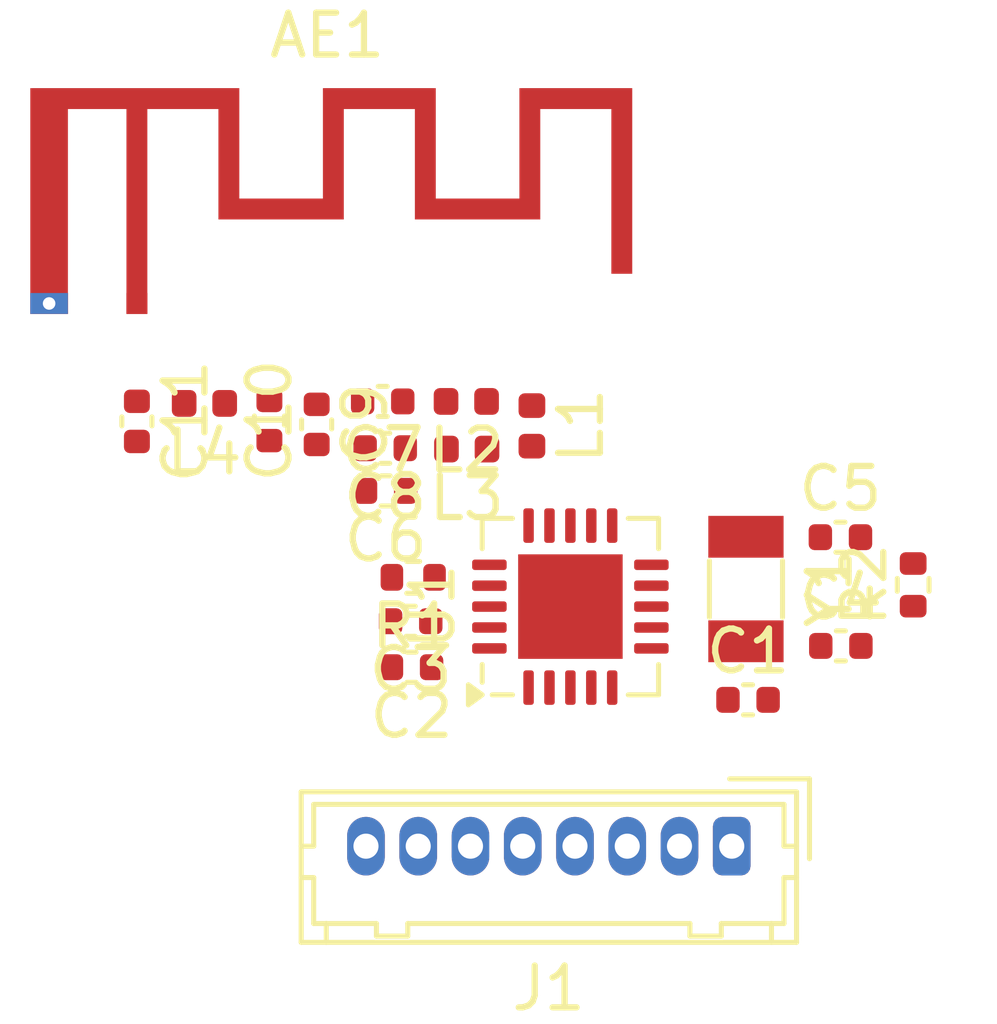
<source format=kicad_pcb>
(kicad_pcb (version 20240108) (generator "pcbnew") (generator_version "8.0")
  (layers (0 "F.Cu" signal) (31 "B.Cu" signal) (34 "B.Paste" user) (35 "F.Paste" user) (36 "B.SilkS" user "B.Silkscreen") (37 "F.SilkS" user "F.Silkscreen") (38 "B.Mask" user) (39 "F.Mask" user) (44 "Edge.Cuts" user))
  (net 0 "")
  (net 1 "GND")
  (net 2 "VDD")
  (net 3 "Net-(U1-DVDD)")
  (net 4 "Net-(U1-XC2)")
  (net 5 "Net-(U1-XC1)")
  (net 6 "Net-(U1-VDD_PA)")
  (net 7 "Net-(C7-Pad1)")
  (net 8 "Net-(C10-Pad1)")
  (net 9 "Net-(AE1-A)")
  (net 10 "Net-(J1-Pin_2)")
  (net 11 "Net-(J1-Pin_7)")
  (net 12 "Net-(J1-Pin_6)")
  (net 13 "Net-(J1-Pin_5)")
  (net 14 "Net-(J1-Pin_4)")
  (net 15 "Net-(J1-Pin_3)")
  (net 16 "Net-(U1-ANT2)")
  (net 17 "Net-(U1-ANT1)")
  (net 18 "Net-(U1-IREF)")
  (footprint "Inductor_SMD:L_0402_1005Metric" (layer "F.Cu") (at 147.88 77.9125 180)
    (property "Reference" "L2" (at 0 -1.17 0) (layer "F.SilkS"))
    (property "Value" "3n9")
    (pad "1" smd roundrect (at -0.485 0 180) (size 0.59 0.64) (layers "F.Cu" "F.Paste" "F.Mask") (net 17 "Net-(U1-ANT1)"))
    (pad "2" smd roundrect (at 0.485 0 180) (size 0.59 0.64) (layers "F.Cu" "F.Paste" "F.Mask") (net 7 "Net-(C7-Pad1)"))
  )
  (footprint "Capacitor_SMD:C_0402_1005Metric" (layer "F.Cu") (at 146.55 83.17 180)
    (property "Reference" "C3" (at 0 -1.16 0) (layer "F.SilkS"))
    (property "Value" "1n")
    (fp_line (start -0.107836 0.36) (end 0.107836 0.36) (stroke (width 0.12)) (layer "F.SilkS"))
    (fp_line (start -0.107836 -0.36) (end 0.107836 -0.36) (stroke (width 0.12)) (layer "F.SilkS"))
    (pad "1" smd roundrect (at -0.48 0 180) (size 0.56 0.62) (layers "F.Cu" "F.Paste" "F.Mask") (net 2 "VDD"))
    (pad "2" smd roundrect (at 0.48 0 180) (size 0.56 0.62) (layers "F.Cu" "F.Paste" "F.Mask") (net 1 "GND"))
  )
  (footprint "Capacitor_SMD:C_0402_1005Metric" (layer "F.Cu") (at 145.88 77.9125 180)
    (property "Reference" "C7" (at 0 -1.16 0) (layer "F.SilkS"))
    (property "Value" "1p5")
    (fp_line (start -0.107836 0.36) (end 0.107836 0.36) (stroke (width 0.12)) (layer "F.SilkS"))
    (fp_line (start -0.107836 -0.36) (end 0.107836 -0.36) (stroke (width 0.12)) (layer "F.SilkS"))
    (pad "1" smd roundrect (at -0.48 0 180) (size 0.56 0.62) (layers "F.Cu" "F.Paste" "F.Mask") (net 7 "Net-(C7-Pad1)"))
    (pad "2" smd roundrect (at 0.48 0 180) (size 0.56 0.62) (layers "F.Cu" "F.Paste" "F.Mask") (net 8 "Net-(C10-Pad1)"))
  )
  (footprint "Resistor_SMD:R_0402_1005Metric" (layer "F.Cu") (at 158.57 82.3 90)
    (property "Reference" "R2" (at 0 -1.17 90) (layer "F.SilkS"))
    (property "Value" "16MHz")
    (fp_line (start -0.153641 -0.38) (end 0.153641 -0.38) (stroke (width 0.12)) (layer "F.SilkS"))
    (fp_line (start -0.153641 0.38) (end 0.153641 0.38) (stroke (width 0.12)) (layer "F.SilkS"))
    (pad "1" smd roundrect (at -0.51 0 90) (size 0.54 0.64) (layers "F.Cu" "F.Paste" "F.Mask") (net 4 "Net-(U1-XC2)"))
    (pad "2" smd roundrect (at 0.51 0 90) (size 0.54 0.64) (layers "F.Cu" "F.Paste" "F.Mask") (net 5 "Net-(U1-XC1)"))
  )
  (footprint "Inductor_SMD:L_0402_1005Metric" (layer "F.Cu") (at 141.615 77.96 180)
    (property "Reference" "L4" (at 0 -1.17 0) (layer "F.SilkS"))
    (property "Value" "Lx")
    (pad "1" smd roundrect (at -0.485 0 180) (size 0.59 0.64) (layers "F.Cu" "F.Paste" "F.Mask") (net 8 "Net-(C10-Pad1)"))
    (pad "2" smd roundrect (at 0.485 0 180) (size 0.59 0.64) (layers "F.Cu" "F.Paste" "F.Mask") (net 9 "Net-(AE1-A)"))
  )
  (footprint "Package_DFN_QFN:QFN-20-1EP_4x4mm_P0.5mm_EP2.5x2.5mm" (layer "F.Cu") (at 150.37 82.82 90)
    (property "Reference" "U1" (at 0 -3.3 90) (layer "F.SilkS"))
    (property "Value" "NRF24L01")
    (fp_line (start 2.11 -2.11) (end 2.11 -1.385) (stroke (width 0.12)) (layer "F.SilkS"))
    (fp_line (start 1.385 -2.11) (end 2.11 -2.11) (stroke (width 0.12)) (layer "F.SilkS"))
    (fp_line (start -1.385 -2.11) (end -1.81 -2.11) (stroke (width 0.12)) (layer "F.SilkS"))
    (fp_line (start -2.11 -1.385) (end -2.11 -1.87) (stroke (width 0.12)) (layer "F.SilkS"))
    (fp_line (start 2.11 2.11) (end 2.11 1.385) (stroke (width 0.12)) (layer "F.SilkS"))
    (fp_line (start 1.385 2.11) (end 2.11 2.11) (stroke (width 0.12)) (layer "F.SilkS"))
    (fp_line (start -1.385 2.11) (end -2.11 2.11) (stroke (width 0.12)) (layer "F.SilkS"))
    (fp_line (start -2.11 2.11) (end -2.11 1.385) (stroke (width 0.12)) (layer "F.SilkS"))
    (fp_poly (pts (xy -2.11 -2.11) (xy -2.35 -2.44) (xy -1.87 -2.44) (xy -2.11 -2.11)) (stroke (width 0.12)) (fill solid) (layer "F.SilkS"))
    (pad "1" smd roundrect (at -1.9375 -1 90) (size 0.825 0.25) (layers "F.Cu" "F.Paste" "F.Mask") (net 12 "Net-(J1-Pin_6)"))
    (pad "2" smd roundrect (at -1.9375 -0.5 90) (size 0.825 0.25) (layers "F.Cu" "F.Paste" "F.Mask") (net 13 "Net-(J1-Pin_5)"))
    (pad "3" smd roundrect (at -1.9375 0 90) (size 0.825 0.25) (layers "F.Cu" "F.Paste" "F.Mask") (net 14 "Net-(J1-Pin_4)"))
    (pad "4" smd roundrect (at -1.9375 0.5 90) (size 0.825 0.25) (layers "F.Cu" "F.Paste" "F.Mask") (net 10 "Net-(J1-Pin_2)"))
    (pad "5" smd roundrect (at -1.9375 1 90) (size 0.825 0.25) (layers "F.Cu" "F.Paste" "F.Mask") (net 15 "Net-(J1-Pin_3)"))
    (pad "6" smd roundrect (at -1 1.9375 90) (size 0.25 0.825) (layers "F.Cu" "F.Paste" "F.Mask") (net 11 "Net-(J1-Pin_7)"))
    (pad "7" smd roundrect (at -0.5 1.9375 90) (size 0.25 0.825) (layers "F.Cu" "F.Paste" "F.Mask") (net 2 "VDD"))
    (pad "8" smd roundrect (at 0 1.9375 90) (size 0.25 0.825) (layers "F.Cu" "F.Paste" "F.Mask") (net 1 "GND"))
    (pad "9" smd roundrect (at 0.5 1.9375 90) (size 0.25 0.825) (layers "F.Cu" "F.Paste" "F.Mask") (net 4 "Net-(U1-XC2)"))
    (pad "10" smd roundrect (at 1 1.9375 90) (size 0.25 0.825) (layers "F.Cu" "F.Paste" "F.Mask") (net 5 "Net-(U1-XC1)"))
    (pad "11" smd roundrect (at 1.9375 1 90) (size 0.825 0.25) (layers "F.Cu" "F.Paste" "F.Mask") (net 6 "Net-(U1-VDD_PA)"))
    (pad "12" smd roundrect (at 1.9375 0.5 90) (size 0.825 0.25) (layers "F.Cu" "F.Paste" "F.Mask") (net 17 "Net-(U1-ANT1)"))
    (pad "13" smd roundrect (at 1.9375 0 90) (size 0.825 0.25) (layers "F.Cu" "F.Paste" "F.Mask") (net 16 "Net-(U1-ANT2)"))
    (pad "14" smd roundrect (at 1.9375 -0.5 90) (size 0.825 0.25) (layers "F.Cu" "F.Paste" "F.Mask") (net 1 "GND"))
    (pad "15" smd roundrect (at 1.9375 -1 90) (size 0.825 0.25) (layers "F.Cu" "F.Paste" "F.Mask") (net 2 "VDD"))
    (pad "16" smd roundrect (at 1 -1.9375 90) (size 0.25 0.825) (layers "F.Cu" "F.Paste" "F.Mask") (net 18 "Net-(U1-IREF)"))
    (pad "17" smd roundrect (at 0.5 -1.9375 90) (size 0.25 0.825) (layers "F.Cu" "F.Paste" "F.Mask") (net 1 "GND"))
    (pad "18" smd roundrect (at 0 -1.9375 90) (size 0.25 0.825) (layers "F.Cu" "F.Paste" "F.Mask") (net 2 "VDD"))
    (pad "19" smd roundrect (at -0.5 -1.9375 90) (size 0.25 0.825) (layers "F.Cu" "F.Paste" "F.Mask") (net 3 "Net-(U1-DVDD)"))
    (pad "20" smd roundrect (at -1 -1.9375 90) (size 0.25 0.825) (layers "F.Cu" "F.Paste" "F.Mask") (net 1 "GND"))
    (pad "21" smd rect (at 0 0 90) (size 2.5 2.5) (property pad_prop_heatsink) (layers "F.Cu" "F.Mask"))
  )
  (footprint "Capacitor_SMD:C_0402_1005Metric" (layer "F.Cu") (at 145.94 79.0325 180)
    (property "Reference" "C8" (at 0 -1.16 0) (layer "F.SilkS"))
    (property "Value" "C_Small")
    (fp_line (start -0.107836 0.36) (end 0.107836 0.36) (stroke (width 0.12)) (layer "F.SilkS"))
    (fp_line (start -0.107836 -0.36) (end 0.107836 -0.36) (stroke (width 0.12)) (layer "F.SilkS"))
    (pad "1" smd roundrect (at -0.48 0 180) (size 0.56 0.62) (layers "F.Cu" "F.Paste" "F.Mask") (net 6 "Net-(U1-VDD_PA)"))
    (pad "2" smd roundrect (at 0.48 0 180) (size 0.56 0.62) (layers "F.Cu" "F.Paste" "F.Mask") (net 1 "GND"))
  )
  (footprint "Capacitor_SMD:C_0402_1005Metric" (layer "F.Cu") (at 156.83 81.16)
    (property "Reference" "C5" (at 0 -1.16 0) (layer "F.SilkS"))
    (property "Value" "22p")
    (fp_line (start -0.107836 -0.36) (end 0.107836 -0.36) (stroke (width 0.12)) (layer "F.SilkS"))
    (fp_line (start -0.107836 0.36) (end 0.107836 0.36) (stroke (width 0.12)) (layer "F.SilkS"))
    (pad "1" smd roundrect (at -0.48 0) (size 0.56 0.62) (layers "F.Cu" "F.Paste" "F.Mask") (net 5 "Net-(U1-XC1)"))
    (pad "2" smd roundrect (at 0.48 0) (size 0.56 0.62) (layers "F.Cu" "F.Paste" "F.Mask") (net 1 "GND"))
  )
  (footprint "Capacitor_SMD:C_0402_1005Metric" (layer "F.Cu") (at 144.3 78.4625 -90)
    (property "Reference" "C9" (at 0 -1.16 90) (layer "F.SilkS"))
    (property "Value" "1p")
    (fp_line (start -0.107836 0.36) (end 0.107836 0.36) (stroke (width 0.12)) (layer "F.SilkS"))
    (fp_line (start -0.107836 -0.36) (end 0.107836 -0.36) (stroke (width 0.12)) (layer "F.SilkS"))
    (pad "1" smd roundrect (at -0.48 0 270) (size 0.56 0.62) (layers "F.Cu" "F.Paste" "F.Mask") (net 8 "Net-(C10-Pad1)"))
    (pad "2" smd roundrect (at 0.48 0 270) (size 0.56 0.62) (layers "F.Cu" "F.Paste" "F.Mask") (net 1 "GND"))
  )
  (footprint "Connector_Hirose:Hirose_DF13-08P-1.25DSA_1x08_P1.25mm_Vertical" (layer "F.Cu") (at 154.23 88.55 180)
    (property "Reference" "J1" (at 4.38 -3.4 0) (layer "F.SilkS"))
    (property "Value" "Conn_01x08_Pin")
    (fp_line (start 10.3 1.3) (end 10.3 -2.3) (stroke (width 0.12)) (layer "F.SilkS"))
    (fp_line (start 10.3 -0.75) (end 10 -0.75) (stroke (width 0.12)) (layer "F.SilkS"))
    (fp_line (start 10.3 -2.3) (end -1.55 -2.3) (stroke (width 0.12)) (layer "F.SilkS"))
    (fp_line (start 10 1) (end 10 0) (stroke (width 0.12)) (layer "F.SilkS"))
    (fp_line (start 10 0) (end 10.3 0) (stroke (width 0.12)) (layer "F.SilkS"))
    (fp_line (start 10 -0.75) (end 10 -1.85) (stroke (width 0.12)) (layer "F.SilkS"))
    (fp_line (start 10 -1.85) (end 9.7 -1.85) (stroke (width 0.12)) (layer "F.SilkS"))
    (fp_line (start 9.7 -1.85) (end 9.7 -2.3) (stroke (width 0.12)) (layer "F.SilkS"))
    (fp_line (start 8.5 -1.85) (end 9.7 -1.85) (stroke (width 0.12)) (layer "F.SilkS"))
    (fp_line (start 8.5 -2.15) (end 8.5 -1.85) (stroke (width 0.12)) (layer "F.SilkS"))
    (fp_line (start 7.75 -1.85) (end 7.75 -2.15) (stroke (width 0.12)) (layer "F.SilkS"))
    (fp_line (start 7.75 -2.15) (end 8.5 -2.15) (stroke (width 0.12)) (layer "F.SilkS"))
    (fp_line (start 1 -1.85) (end 7.75 -1.85) (stroke (width 0.12)) (layer "F.SilkS"))
    (fp_line (start 1 -2.15) (end 1 -1.85) (stroke (width 0.12)) (layer "F.SilkS"))
    (fp_line (start 0.25 -1.85) (end 0.25 -2.15) (stroke (width 0.12)) (layer "F.SilkS"))
    (fp_line (start 0.25 -2.15) (end 1 -2.15) (stroke (width 0.12)) (layer "F.SilkS"))
    (fp_line (start -0.95 -1.85) (end 0.25 -1.85) (stroke (width 0.12)) (layer "F.SilkS"))
    (fp_line (start -0.95 -1.85) (end -0.95 -2.3) (stroke (width 0.12)) (layer "F.SilkS"))
    (fp_line (start -1.25 1) (end 10 1) (stroke (width 0.12)) (layer "F.SilkS"))
    (fp_line (start -1.25 0) (end -1.25 1) (stroke (width 0.12)) (layer "F.SilkS"))
    (fp_line (start -1.25 -0.75) (end -1.25 -1.85) (stroke (width 0.12)) (layer "F.SilkS"))
    (fp_line (start -1.25 -1.85) (end -0.95 -1.85) (stroke (width 0.12)) (layer "F.SilkS"))
    (fp_line (start -1.55 1.3) (end 10.3 1.3) (stroke (width 0.12)) (layer "F.SilkS"))
    (fp_line (start -1.55 0) (end -1.25 0) (stroke (width 0.12)) (layer "F.SilkS"))
    (fp_line (start -1.55 -0.75) (end -1.25 -0.75) (stroke (width 0.12)) (layer "F.SilkS"))
    (fp_line (start -1.55 -2.3) (end -1.55 1.3) (stroke (width 0.12)) (layer "F.SilkS"))
    (fp_line (start -1.86 1.61) (end 0.05 1.61) (stroke (width 0.12)) (layer "F.SilkS"))
    (fp_line (start -1.86 -0.3) (end -1.86 1.61) (stroke (width 0.12)) (layer "F.SilkS"))
    (pad "1" thru_hole roundrect (at 0 0 180) (size 0.9 1.4) (drill 0.6) (layers "*.Cu" "*.Mask") (net 2 "VDD"))
    (pad "2" thru_hole oval (at 1.25 0 180) (size 0.9 1.4) (drill 0.6) (layers "*.Cu" "*.Mask") (net 10 "Net-(J1-Pin_2)"))
    (pad "3" thru_hole oval (at 2.5 0 180) (size 0.9 1.4) (drill 0.6) (layers "*.Cu" "*.Mask") (net 15 "Net-(J1-Pin_3)"))
    (pad "4" thru_hole oval (at 3.75 0 180) (size 0.9 1.4) (drill 0.6) (layers "*.Cu" "*.Mask") (net 14 "Net-(J1-Pin_4)"))
    (pad "5" thru_hole oval (at 5 0 180) (size 0.9 1.4) (drill 0.6) (layers "*.Cu" "*.Mask") (net 13 "Net-(J1-Pin_5)"))
    (pad "6" thru_hole oval (at 6.25 0 180) (size 0.9 1.4) (drill 0.6) (layers "*.Cu" "*.Mask") (net 12 "Net-(J1-Pin_6)"))
    (pad "7" thru_hole oval (at 7.5 0 180) (size 0.9 1.4) (drill 0.6) (layers "*.Cu" "*.Mask") (net 11 "Net-(J1-Pin_7)"))
    (pad "8" thru_hole oval (at 8.75 0 180) (size 0.9 1.4) (drill 0.6) (layers "*.Cu" "*.Mask") (net 1 "GND"))
  )
  (footprint "Resistor_SMD:R_0402_1005Metric" (layer "F.Cu") (at 146.61 82.12 180)
    (property "Reference" "R1" (at 0 -1.17 0) (layer "F.SilkS"))
    (property "Value" "22k")
    (fp_line (start -0.153641 0.38) (end 0.153641 0.38) (stroke (width 0.12)) (layer "F.SilkS"))
    (fp_line (start -0.153641 -0.38) (end 0.153641 -0.38) (stroke (width 0.12)) (layer "F.SilkS"))
    (pad "1" smd roundrect (at -0.51 0 180) (size 0.54 0.64) (layers "F.Cu" "F.Paste" "F.Mask") (net 18 "Net-(U1-IREF)"))
    (pad "2" smd roundrect (at 0.51 0 180) (size 0.54 0.64) (layers "F.Cu" "F.Paste" "F.Mask") (net 1 "GND"))
  )
  (footprint "Inductor_SMD:L_0402_1005Metric" (layer "F.Cu") (at 149.45 78.4975 -90)
    (property "Reference" "L1" (at 0 -1.17 90) (layer "F.SilkS"))
    (property "Value" "8n2")
    (pad "1" smd roundrect (at -0.485 0 270) (size 0.59 0.64) (layers "F.Cu" "F.Paste" "F.Mask") (net 17 "Net-(U1-ANT1)"))
    (pad "2" smd roundrect (at 0.485 0 270) (size 0.59 0.64) (layers "F.Cu" "F.Paste" "F.Mask") (net 16 "Net-(U1-ANT2)"))
  )
  (footprint "Crystal:Crystal_SMD_3215-2Pin_3.2x1.5mm" (layer "F.Cu") (at 154.57 82.4 -90)
    (property "Reference" "Y1" (at 0 -2 90) (layer "F.SilkS"))
    (property "Value" "Crystal")
    (fp_line (start -0.675 0.875) (end 0.675 0.875) (stroke (width 0.12)) (layer "F.SilkS"))
    (fp_line (start -0.675 -0.875) (end 0.675 -0.875) (stroke (width 0.12)) (layer "F.SilkS"))
    (pad "1" smd rect (at 1.25 0 270) (size 1 1.8) (layers "F.Cu" "F.Paste" "F.Mask") (net 4 "Net-(U1-XC2)"))
    (pad "2" smd rect (at -1.25 0 270) (size 1 1.8) (layers "F.Cu" "F.Paste" "F.Mask") (net 5 "Net-(U1-XC1)"))
  )
  (footprint "Capacitor_SMD:C_0402_1005Metric" (layer "F.Cu") (at 146.57 84.27 180)
    (property "Reference" "C2" (at 0 -1.16 0) (layer "F.SilkS"))
    (property "Value" "33n")
    (fp_line (start -0.107836 0.36) (end 0.107836 0.36) (stroke (width 0.12)) (layer "F.SilkS"))
    (fp_line (start -0.107836 -0.36) (end 0.107836 -0.36) (stroke (width 0.12)) (layer "F.SilkS"))
    (pad "1" smd roundrect (at -0.48 0 180) (size 0.56 0.62) (layers "F.Cu" "F.Paste" "F.Mask") (net 3 "Net-(U1-DVDD)"))
    (pad "2" smd roundrect (at 0.48 0 180) (size 0.56 0.62) (layers "F.Cu" "F.Paste" "F.Mask") (net 1 "GND"))
  )
  (footprint "Inductor_SMD:L_0402_1005Metric" (layer "F.Cu") (at 147.89 79.0525 180)
    (property "Reference" "L3" (at 0 -1.17 0) (layer "F.SilkS"))
    (property "Value" "2n7")
    (pad "1" smd roundrect (at -0.485 0 180) (size 0.59 0.64) (layers "F.Cu" "F.Paste" "F.Mask") (net 16 "Net-(U1-ANT2)"))
    (pad "2" smd roundrect (at 0.485 0 180) (size 0.59 0.64) (layers "F.Cu" "F.Paste" "F.Mask") (net 6 "Net-(U1-VDD_PA)"))
  )
  (footprint "Capacitor_SMD:C_0402_1005Metric" (layer "F.Cu") (at 140 78.39 -90)
    (property "Reference" "C11" (at 0 -1.16 90) (layer "F.SilkS"))
    (property "Value" "Cx")
    (fp_line (start -0.107836 0.36) (end 0.107836 0.36) (stroke (width 0.12)) (layer "F.SilkS"))
    (fp_line (start -0.107836 -0.36) (end 0.107836 -0.36) (stroke (width 0.12)) (layer "F.SilkS"))
    (pad "1" smd roundrect (at -0.48 0 270) (size 0.56 0.62) (layers "F.Cu" "F.Paste" "F.Mask") (net 9 "Net-(AE1-A)"))
    (pad "2" smd roundrect (at 0.48 0 270) (size 0.56 0.62) (layers "F.Cu" "F.Paste" "F.Mask") (net 1 "GND"))
  )
  (footprint "Capacitor_SMD:C_0402_1005Metric" (layer "F.Cu") (at 156.84 83.76)
    (property "Reference" "C4" (at 0 -1.16 0) (layer "F.SilkS"))
    (property "Value" "22p")
    (fp_line (start -0.107836 -0.36) (end 0.107836 -0.36) (stroke (width 0.12)) (layer "F.SilkS"))
    (fp_line (start -0.107836 0.36) (end 0.107836 0.36) (stroke (width 0.12)) (layer "F.SilkS"))
    (pad "1" smd roundrect (at -0.48 0) (size 0.56 0.62) (layers "F.Cu" "F.Paste" "F.Mask") (net 4 "Net-(U1-XC2)"))
    (pad "2" smd roundrect (at 0.48 0) (size 0.56 0.62) (layers "F.Cu" "F.Paste" "F.Mask") (net 1 "GND"))
  )
  (footprint "Capacitor_SMD:C_0402_1005Metric" (layer "F.Cu") (at 154.62 85.05)
    (property "Reference" "C1" (at 0 -1.16 0) (layer "F.SilkS"))
    (property "Value" "10n")
    (fp_line (start -0.107836 -0.36) (end 0.107836 -0.36) (stroke (width 0.12)) (layer "F.SilkS"))
    (fp_line (start -0.107836 0.36) (end 0.107836 0.36) (stroke (width 0.12)) (layer "F.SilkS"))
    (pad "1" smd roundrect (at -0.48 0) (size 0.56 0.62) (layers "F.Cu" "F.Paste" "F.Mask") (net 2 "VDD"))
    (pad "2" smd roundrect (at 0.48 0) (size 0.56 0.62) (layers "F.Cu" "F.Paste" "F.Mask") (net 1 "GND"))
  )
  (footprint "Capacitor_SMD:C_0402_1005Metric" (layer "F.Cu") (at 145.95 80.0525 180)
    (property "Reference" "C6" (at 0 -1.16 0) (layer "F.SilkS"))
    (property "Value" "C_Small")
    (fp_line (start -0.107836 0.36) (end 0.107836 0.36) (stroke (width 0.12)) (layer "F.SilkS"))
    (fp_line (start -0.107836 -0.36) (end 0.107836 -0.36) (stroke (width 0.12)) (layer "F.SilkS"))
    (pad "1" smd roundrect (at -0.48 0 180) (size 0.56 0.62) (layers "F.Cu" "F.Paste" "F.Mask") (net 6 "Net-(U1-VDD_PA)"))
    (pad "2" smd roundrect (at 0.48 0 180) (size 0.56 0.62) (layers "F.Cu" "F.Paste" "F.Mask") (net 1 "GND"))
  )
  (footprint "Capacitor_SMD:C_0402_1005Metric" (layer "F.Cu") (at 143.17 78.37 -90)
    (property "Reference" "C10" (at 0 0 90) (layer "F.SilkS"))
    (property "Value" "Cx")
    (fp_line (start -0.107836 0.36) (end 0.107836 0.36) (stroke (width 0.12)) (layer "F.SilkS"))
    (fp_line (start -0.107836 -0.36) (end 0.107836 -0.36) (stroke (width 0.12)) (layer "F.SilkS"))
    (pad "1" smd roundrect (at -0.48 0 270) (size 0.56 0.62) (layers "F.Cu" "F.Paste" "F.Mask") (net 8 "Net-(C10-Pad1)"))
    (pad "2" smd roundrect (at 0.48 0 270) (size 0.56 0.62) (layers "F.Cu" "F.Paste" "F.Mask") (net 1 "GND"))
  )
  (footprint "RF_Antenna:Texas_SWRA117D_2.4GHz_Right" (layer "F.Cu") (at 140 75.57)
    (property "Reference" "AE1" (at 4.55 -6.41 0) (layer "F.SilkS"))
    (property "Value" "Antenna")
    (fp_poly (pts (xy 2.45 -2.51) (xy 4.45 -2.51) (xy 4.45 -5.15) (xy 7.15 -5.15) (xy 7.15 -2.51) (xy 9.15 -2.51) (xy 9.15 -5.15) (xy 11.85 -5.15) (xy 11.85 -0.71) (xy 11.35 -0.71) (xy 11.35 -4.65) (xy 9.65 -4.65) (xy 9.65 -2.01) (xy 6.65 -2.01) (xy 6.65 -4.65) (xy 4.95 -4.65) (xy 4.95 -2.01) (xy 1.95 -2.01) (xy 1.95 -4.65) (xy 0.25 -4.65) (xy 0.25 0.25) (xy -0.25 0.25) (xy -0.25 -4.65) (xy -1.65 -4.65) (xy -1.65 0.25) (xy -2.55 0.25) (xy -2.55 0.006785) (xy -2.247583 0.006785) (xy -2.237742 0.054395) (xy -2.213674 0.096797) (xy -2.175731 0.129581) (xy -2.167819 0.133935) (xy -2.125156 0.146043) (xy -2.076637 0.1453) (xy -2.031122 0.1324) (xy -2.012511 0.121787) (xy -1.978868 0.086553) (xy -1.958309 0.041368) (xy -1.951778 -0.008158) (xy -1.960218 -0.056417) (xy -1.977112 -0.088643) (xy -2.012372 -0.121313) (xy -2.057682 -0.141408) (xy -2.107267 -0.147982) (xy -2.155353 -0.140092) (xy -2.188245 -0.123186) (xy -2.223185 -0.086416) (xy -2.242847 -0.041622) (xy -2.247583 0.006785) (xy -2.55 0.006785) (xy -2.55 -5.15) (xy 2.45 -5.15) (xy 2.45 -2.51)) (fill solid) (layer "F.Cu"))
    (pad "1" connect rect (at 0 0) (size 0.5 0.5) (layers "F.Cu") (net 9 "Net-(AE1-A)"))
    (pad "2" thru_hole rect (at -2.1 0) (size 0.9 0.5) (drill 0.3) (layers "*.Cu"))
  )
)
</source>
